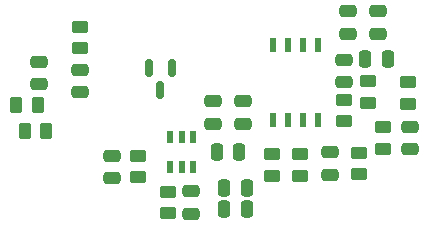
<source format=gbr>
%TF.GenerationSoftware,KiCad,Pcbnew,6.0.11+dfsg-1~bpo11+1*%
%TF.CreationDate,2023-05-28T00:39:37+00:00*%
%TF.ProjectId,PCRD01,50435244-3031-42e6-9b69-6361645f7063,01A*%
%TF.SameCoordinates,Original*%
%TF.FileFunction,Paste,Bot*%
%TF.FilePolarity,Positive*%
%FSLAX46Y46*%
G04 Gerber Fmt 4.6, Leading zero omitted, Abs format (unit mm)*
G04 Created by KiCad (PCBNEW 6.0.11+dfsg-1~bpo11+1) date 2023-05-28 00:39:37*
%MOMM*%
%LPD*%
G01*
G04 APERTURE LIST*
G04 Aperture macros list*
%AMRoundRect*
0 Rectangle with rounded corners*
0 $1 Rounding radius*
0 $2 $3 $4 $5 $6 $7 $8 $9 X,Y pos of 4 corners*
0 Add a 4 corners polygon primitive as box body*
4,1,4,$2,$3,$4,$5,$6,$7,$8,$9,$2,$3,0*
0 Add four circle primitives for the rounded corners*
1,1,$1+$1,$2,$3*
1,1,$1+$1,$4,$5*
1,1,$1+$1,$6,$7*
1,1,$1+$1,$8,$9*
0 Add four rect primitives between the rounded corners*
20,1,$1+$1,$2,$3,$4,$5,0*
20,1,$1+$1,$4,$5,$6,$7,0*
20,1,$1+$1,$6,$7,$8,$9,0*
20,1,$1+$1,$8,$9,$2,$3,0*%
G04 Aperture macros list end*
%ADD10RoundRect,0.250000X-0.475000X0.250000X-0.475000X-0.250000X0.475000X-0.250000X0.475000X0.250000X0*%
%ADD11RoundRect,0.250000X0.475000X-0.250000X0.475000X0.250000X-0.475000X0.250000X-0.475000X-0.250000X0*%
%ADD12RoundRect,0.250000X-0.250000X-0.475000X0.250000X-0.475000X0.250000X0.475000X-0.250000X0.475000X0*%
%ADD13RoundRect,0.250000X0.450000X-0.262500X0.450000X0.262500X-0.450000X0.262500X-0.450000X-0.262500X0*%
%ADD14RoundRect,0.250000X0.262500X0.450000X-0.262500X0.450000X-0.262500X-0.450000X0.262500X-0.450000X0*%
%ADD15RoundRect,0.250000X-0.450000X0.262500X-0.450000X-0.262500X0.450000X-0.262500X0.450000X0.262500X0*%
%ADD16RoundRect,0.250000X0.250000X0.475000X-0.250000X0.475000X-0.250000X-0.475000X0.250000X-0.475000X0*%
%ADD17R,0.508000X1.143000*%
%ADD18R,0.500000X1.000760*%
%ADD19R,0.501040X1.000760*%
%ADD20RoundRect,0.150000X-0.150000X0.587500X-0.150000X-0.587500X0.150000X-0.587500X0.150000X0.587500X0*%
G04 APERTURE END LIST*
D10*
%TO.C,C1*%
X9652000Y14412000D03*
X9652000Y12512000D03*
%TD*%
%TO.C,C2*%
X19050000Y4125000D03*
X19050000Y2225000D03*
%TD*%
D11*
%TO.C,C3*%
X20955000Y9845000D03*
X20955000Y11745000D03*
%TD*%
%TO.C,C5*%
X34925000Y17465000D03*
X34925000Y19365000D03*
%TD*%
%TO.C,C6*%
X32385000Y17465000D03*
X32385000Y19365000D03*
%TD*%
D12*
%TO.C,C10*%
X21884600Y2590800D03*
X23784600Y2590800D03*
%TD*%
D11*
%TO.C,C12*%
X37592000Y7686000D03*
X37592000Y9586000D03*
%TD*%
D12*
%TO.C,C14*%
X33848000Y15290800D03*
X35748000Y15290800D03*
%TD*%
D13*
%TO.C,R1*%
X9652000Y16232500D03*
X9652000Y18057500D03*
%TD*%
D14*
%TO.C,R2*%
X6106800Y11430000D03*
X4281800Y11430000D03*
%TD*%
D13*
%TO.C,R5*%
X25908000Y5437500D03*
X25908000Y7262500D03*
%TD*%
%TO.C,R6*%
X33274000Y5564500D03*
X33274000Y7389500D03*
%TD*%
%TO.C,R7*%
X28321000Y5437500D03*
X28321000Y7262500D03*
%TD*%
%TO.C,R8*%
X35306000Y7723500D03*
X35306000Y9548500D03*
%TD*%
%TO.C,R9*%
X32054800Y10034900D03*
X32054800Y11859900D03*
%TD*%
D15*
%TO.C,R11*%
X37439600Y13358500D03*
X37439600Y11533500D03*
%TD*%
D11*
%TO.C,C11*%
X30861000Y5527000D03*
X30861000Y7427000D03*
%TD*%
%TO.C,C4*%
X12369569Y5213931D03*
X12369569Y7113931D03*
%TD*%
%TO.C,C9*%
X23495000Y9845000D03*
X23495000Y11745000D03*
%TD*%
D16*
%TO.C,C8*%
X23175000Y7493000D03*
X21275000Y7493000D03*
%TD*%
D11*
%TO.C,C13*%
X32054800Y13350200D03*
X32054800Y15250200D03*
%TD*%
D13*
%TO.C,R10*%
X34086800Y11635100D03*
X34086800Y13460100D03*
%TD*%
D12*
%TO.C,C7*%
X21910000Y4445000D03*
X23810000Y4445000D03*
%TD*%
D17*
%TO.C,U2*%
X29845000Y10160000D03*
X28575000Y10160000D03*
X27305000Y10160000D03*
X26035000Y10160000D03*
X26035000Y16510000D03*
X27305000Y16510000D03*
X28575000Y16510000D03*
X29845000Y16510000D03*
%TD*%
D18*
%TO.C,U1*%
X19240500Y6223000D03*
X18288000Y6223000D03*
X17335500Y6223000D03*
D19*
X17335500Y8763000D03*
D18*
X18288000Y8763000D03*
X19240500Y8763000D03*
%TD*%
D13*
%TO.C,R3*%
X17145000Y2262500D03*
X17145000Y4087500D03*
%TD*%
D20*
%TO.C,Q1*%
X15532000Y14536500D03*
X17432000Y14536500D03*
X16482000Y12661500D03*
%TD*%
D13*
%TO.C,R4*%
X14592569Y5306431D03*
X14592569Y7131431D03*
%TD*%
D14*
%TO.C,R12*%
X6817500Y9212500D03*
X4992500Y9212500D03*
%TD*%
D11*
%TO.C,C15*%
X6197600Y13185100D03*
X6197600Y15085100D03*
%TD*%
M02*

</source>
